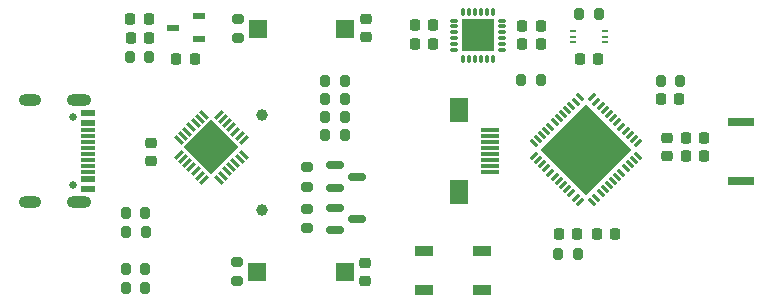
<source format=gts>
%TF.GenerationSoftware,KiCad,Pcbnew,(6.0.7)*%
%TF.CreationDate,2022-08-03T19:32:55+08:00*%
%TF.ProjectId,Egret,45677265-742e-46b6-9963-61645f706362,rev?*%
%TF.SameCoordinates,Original*%
%TF.FileFunction,Soldermask,Top*%
%TF.FilePolarity,Negative*%
%FSLAX46Y46*%
G04 Gerber Fmt 4.6, Leading zero omitted, Abs format (unit mm)*
G04 Created by KiCad (PCBNEW (6.0.7)) date 2022-08-03 19:32:55*
%MOMM*%
%LPD*%
G01*
G04 APERTURE LIST*
G04 Aperture macros list*
%AMRoundRect*
0 Rectangle with rounded corners*
0 $1 Rounding radius*
0 $2 $3 $4 $5 $6 $7 $8 $9 X,Y pos of 4 corners*
0 Add a 4 corners polygon primitive as box body*
4,1,4,$2,$3,$4,$5,$6,$7,$8,$9,$2,$3,0*
0 Add four circle primitives for the rounded corners*
1,1,$1+$1,$2,$3*
1,1,$1+$1,$4,$5*
1,1,$1+$1,$6,$7*
1,1,$1+$1,$8,$9*
0 Add four rect primitives between the rounded corners*
20,1,$1+$1,$2,$3,$4,$5,0*
20,1,$1+$1,$4,$5,$6,$7,0*
20,1,$1+$1,$6,$7,$8,$9,0*
20,1,$1+$1,$8,$9,$2,$3,0*%
%AMRotRect*
0 Rectangle, with rotation*
0 The origin of the aperture is its center*
0 $1 length*
0 $2 width*
0 $3 Rotation angle, in degrees counterclockwise*
0 Add horizontal line*
21,1,$1,$2,0,0,$3*%
G04 Aperture macros list end*
%ADD10RoundRect,0.200000X0.200000X0.275000X-0.200000X0.275000X-0.200000X-0.275000X0.200000X-0.275000X0*%
%ADD11R,2.300000X0.800000*%
%ADD12RoundRect,0.150000X-0.587500X-0.150000X0.587500X-0.150000X0.587500X0.150000X-0.587500X0.150000X0*%
%ADD13RoundRect,0.200000X-0.200000X-0.275000X0.200000X-0.275000X0.200000X0.275000X-0.200000X0.275000X0*%
%ADD14R,0.550000X0.250000*%
%ADD15RoundRect,0.218750X-0.256250X0.218750X-0.256250X-0.218750X0.256250X-0.218750X0.256250X0.218750X0*%
%ADD16RoundRect,0.200000X-0.275000X0.200000X-0.275000X-0.200000X0.275000X-0.200000X0.275000X0.200000X0*%
%ADD17RoundRect,0.200000X0.275000X-0.200000X0.275000X0.200000X-0.275000X0.200000X-0.275000X-0.200000X0*%
%ADD18RoundRect,0.225000X0.225000X0.250000X-0.225000X0.250000X-0.225000X-0.250000X0.225000X-0.250000X0*%
%ADD19R,1.070000X0.532000*%
%ADD20RoundRect,0.225000X-0.250000X0.225000X-0.250000X-0.225000X0.250000X-0.225000X0.250000X0.225000X0*%
%ADD21RotRect,0.905000X0.280000X315.000000*%
%ADD22RotRect,0.280000X0.905000X315.000000*%
%ADD23RotRect,3.350000X3.350000X315.000000*%
%ADD24R,1.500000X1.500000*%
%ADD25RoundRect,0.225000X-0.225000X-0.250000X0.225000X-0.250000X0.225000X0.250000X-0.225000X0.250000X0*%
%ADD26O,0.800000X0.280000*%
%ADD27O,0.280000X0.800000*%
%ADD28R,2.700000X2.700000*%
%ADD29RoundRect,0.218750X-0.218750X-0.256250X0.218750X-0.256250X0.218750X0.256250X-0.218750X0.256250X0*%
%ADD30RoundRect,0.225000X0.250000X-0.225000X0.250000X0.225000X-0.250000X0.225000X-0.250000X-0.225000X0*%
%ADD31R,1.500000X0.300000*%
%ADD32R,1.500000X2.000000*%
%ADD33C,0.650000*%
%ADD34O,2.100000X1.000000*%
%ADD35O,1.900000X1.000000*%
%ADD36R,1.150000X0.600000*%
%ADD37R,1.150000X0.300000*%
%ADD38R,1.500000X0.900000*%
%ADD39C,0.610000*%
%ADD40RotRect,0.280000X0.800000X135.000000*%
%ADD41RotRect,0.800000X0.280000X135.000000*%
%ADD42RotRect,5.400000X5.400000X135.000000*%
%ADD43C,1.000000*%
G04 APERTURE END LIST*
D10*
%TO.C,R14*%
X129245000Y-98440000D03*
X127595000Y-98440000D03*
%TD*%
D11*
%TO.C,U2*%
X179700000Y-89410000D03*
X179700000Y-84410000D03*
%TD*%
D12*
%TO.C,Q1*%
X145302500Y-88090000D03*
X145302500Y-89990000D03*
X147177500Y-89040000D03*
%TD*%
D13*
%TO.C,R15*%
X165970000Y-75286000D03*
X167620000Y-75286000D03*
%TD*%
D14*
%TO.C,U6*%
X168155000Y-77680000D03*
X168155000Y-77180000D03*
X168155000Y-76680000D03*
X165405000Y-76680000D03*
X165405000Y-77180000D03*
X165405000Y-77680000D03*
%TD*%
D15*
%TO.C,L1*%
X173430000Y-85752500D03*
X173430000Y-87327500D03*
%TD*%
D16*
%TO.C,R16*%
X142950000Y-88265000D03*
X142950000Y-89915000D03*
%TD*%
D13*
%TO.C,R12*%
X127595000Y-92120000D03*
X129245000Y-92120000D03*
%TD*%
D17*
%TO.C,R17*%
X142950000Y-93415000D03*
X142950000Y-91765000D03*
%TD*%
D18*
%TO.C,C6*%
X165815000Y-93940000D03*
X164265000Y-93940000D03*
%TD*%
D10*
%TO.C,R13*%
X129245000Y-96860000D03*
X127595000Y-96860000D03*
%TD*%
D19*
%TO.C,U5*%
X133815100Y-77381600D03*
X133815100Y-75481600D03*
X131545100Y-76431600D03*
%TD*%
D10*
%TO.C,R1*%
X165864800Y-95585800D03*
X164214800Y-95585800D03*
%TD*%
D16*
%TO.C,R2*%
X137050000Y-75685000D03*
X137050000Y-77335000D03*
%TD*%
D18*
%TO.C,C14*%
X167570000Y-79086000D03*
X166020000Y-79086000D03*
%TD*%
D20*
%TO.C,C15*%
X129750000Y-86210000D03*
X129750000Y-87760000D03*
%TD*%
D18*
%TO.C,C11*%
X153605000Y-77840000D03*
X152055000Y-77840000D03*
%TD*%
D10*
%TO.C,R10*%
X146105000Y-84010000D03*
X144455000Y-84010000D03*
%TD*%
%TO.C,R8*%
X146115000Y-82460000D03*
X144465000Y-82460000D03*
%TD*%
D21*
%TO.C,U7*%
X134199867Y-83818547D03*
X133846314Y-84172100D03*
X133492761Y-84525654D03*
X133139207Y-84879207D03*
X132785654Y-85232761D03*
X132432100Y-85586314D03*
X132078547Y-85939867D03*
D22*
X132078547Y-87180133D03*
X132432100Y-87533686D03*
X132785654Y-87887239D03*
X133139207Y-88240793D03*
X133492761Y-88594346D03*
X133846314Y-88947900D03*
X134199867Y-89301453D03*
D21*
X135440133Y-89301453D03*
X135793686Y-88947900D03*
X136147239Y-88594346D03*
X136500793Y-88240793D03*
X136854346Y-87887239D03*
X137207900Y-87533686D03*
X137561453Y-87180133D03*
D22*
X137561453Y-85939867D03*
X137207900Y-85586314D03*
X136854346Y-85232761D03*
X136500793Y-84879207D03*
X136147239Y-84525654D03*
X135793686Y-84172100D03*
X135440133Y-83818547D03*
D23*
X134820000Y-86560000D03*
%TD*%
D10*
%TO.C,R5*%
X129580100Y-78941600D03*
X127930100Y-78941600D03*
%TD*%
D24*
%TO.C,SW2*%
X138710000Y-97110000D03*
X146110000Y-97110000D03*
%TD*%
D25*
%TO.C,C2*%
X172905000Y-82490000D03*
X174455000Y-82490000D03*
%TD*%
%TO.C,C4*%
X167434800Y-93935800D03*
X168984800Y-93935800D03*
%TD*%
D18*
%TO.C,C3*%
X176535000Y-87310000D03*
X174985000Y-87310000D03*
%TD*%
D25*
%TO.C,C13*%
X131863100Y-79096600D03*
X133413100Y-79096600D03*
%TD*%
D18*
%TO.C,C9*%
X162705000Y-76310000D03*
X161155000Y-76310000D03*
%TD*%
D25*
%TO.C,C7*%
X152055000Y-76240000D03*
X153605000Y-76240000D03*
%TD*%
D26*
%TO.C,U4*%
X159390000Y-78330000D03*
X159390000Y-77830000D03*
X159390000Y-77330000D03*
X159390000Y-76830000D03*
X159390000Y-76330000D03*
X159390000Y-75830000D03*
D27*
X158640000Y-75080000D03*
X158140000Y-75080000D03*
X157640000Y-75080000D03*
X157140000Y-75080000D03*
X156640000Y-75080000D03*
X156140000Y-75080000D03*
D26*
X155390000Y-75830000D03*
X155390000Y-76330000D03*
X155390000Y-76830000D03*
X155390000Y-77330000D03*
X155390000Y-77830000D03*
X155390000Y-78322000D03*
D27*
X156140000Y-79080000D03*
X156640000Y-79080000D03*
X157140000Y-79080000D03*
X157640000Y-79080000D03*
X158140000Y-79080000D03*
X158640000Y-79080000D03*
D28*
X157390000Y-77068000D03*
%TD*%
D10*
%TO.C,R9*%
X146113000Y-80920000D03*
X144463000Y-80920000D03*
%TD*%
D29*
%TO.C,D1*%
X127965100Y-75666600D03*
X129540100Y-75666600D03*
%TD*%
D30*
%TO.C,C10*%
X147840000Y-97875000D03*
X147840000Y-96325000D03*
%TD*%
D25*
%TO.C,C12*%
X161152000Y-77842000D03*
X162702000Y-77842000D03*
%TD*%
D10*
%TO.C,R11*%
X146113000Y-85560000D03*
X144463000Y-85560000D03*
%TD*%
D18*
%TO.C,C8*%
X129530100Y-77331600D03*
X127980100Y-77331600D03*
%TD*%
D31*
%TO.C,U8*%
X158428500Y-85118000D03*
X158428500Y-85618000D03*
X158428500Y-86118000D03*
X158428500Y-86618000D03*
X158428500Y-87118000D03*
X158428500Y-87618000D03*
X158428500Y-88118000D03*
X158428500Y-88618000D03*
D32*
X155828500Y-90318000D03*
X155828500Y-83418000D03*
%TD*%
D12*
%TO.C,Q2*%
X145302500Y-91670000D03*
X145302500Y-93570000D03*
X147177500Y-92620000D03*
%TD*%
D10*
%TO.C,R3*%
X174505000Y-80970000D03*
X172855000Y-80970000D03*
%TD*%
D33*
%TO.C,USB1*%
X123139000Y-89758000D03*
X123139000Y-83978000D03*
D34*
X123639000Y-82543000D03*
X123639000Y-91193000D03*
D35*
X119439000Y-82543000D03*
X119439000Y-91193000D03*
D36*
X124401000Y-83668000D03*
X124401000Y-84468000D03*
D37*
X124401000Y-85618000D03*
X124401000Y-86618000D03*
X124401000Y-87118000D03*
X124401000Y-88118000D03*
D36*
X124401000Y-90068000D03*
X124401000Y-89268000D03*
D37*
X124401000Y-88618000D03*
X124401000Y-87618000D03*
X124401000Y-86118000D03*
X124401000Y-85118000D03*
%TD*%
D17*
%TO.C,R6*%
X136990000Y-97915000D03*
X136990000Y-96265000D03*
%TD*%
D38*
%TO.C,U1*%
X152800000Y-95380000D03*
X152800000Y-98680000D03*
X157700000Y-98680000D03*
X157700000Y-95380000D03*
%TD*%
D39*
%TO.C,U3*%
X166540000Y-86750000D03*
X167247107Y-86042893D03*
X167954214Y-86750000D03*
X166540000Y-88164214D03*
X165832893Y-87457107D03*
X167247107Y-87457107D03*
X166540000Y-85335786D03*
X165125786Y-86750000D03*
X165832893Y-86042893D03*
D40*
X170959417Y-86219670D03*
X170605864Y-85866117D03*
X170252311Y-85512563D03*
X169898757Y-85159010D03*
X169545204Y-84805456D03*
X169191650Y-84451903D03*
X168838097Y-84098350D03*
X168484544Y-83744796D03*
X168130990Y-83391243D03*
X167777437Y-83037689D03*
X167423883Y-82684136D03*
X167070330Y-82330583D03*
D41*
X166009670Y-82330583D03*
X165656117Y-82684136D03*
X165302563Y-83037689D03*
X164949010Y-83391243D03*
X164595456Y-83744796D03*
X164241903Y-84098350D03*
X163888350Y-84451903D03*
X163534796Y-84805456D03*
X163181243Y-85159010D03*
X162827689Y-85512563D03*
X162474136Y-85866117D03*
X162120583Y-86219670D03*
D40*
X162120583Y-87280330D03*
X162474136Y-87633883D03*
X162827689Y-87987437D03*
X163181243Y-88340990D03*
X163534796Y-88694544D03*
X163888350Y-89048097D03*
X164241903Y-89401650D03*
X164595456Y-89755204D03*
X164949010Y-90108757D03*
X165302563Y-90462311D03*
X165656117Y-90815864D03*
X166009670Y-91169417D03*
D41*
X167070330Y-91169417D03*
X167423883Y-90815864D03*
X167777437Y-90462311D03*
X168130990Y-90108757D03*
X168484544Y-89755204D03*
X168838097Y-89401650D03*
X169191650Y-89048097D03*
X169545204Y-88694544D03*
X169898757Y-88340990D03*
X170252311Y-87987437D03*
X170605864Y-87633883D03*
X170959417Y-87280330D03*
D42*
X166540000Y-86750000D03*
%TD*%
D13*
%TO.C,R7*%
X127605000Y-93690000D03*
X129255000Y-93690000D03*
%TD*%
D25*
%TO.C,C5*%
X174975000Y-85780000D03*
X176525000Y-85780000D03*
%TD*%
D10*
%TO.C,R4*%
X162725000Y-80820000D03*
X161075000Y-80820000D03*
%TD*%
D30*
%TO.C,C1*%
X147910000Y-77225000D03*
X147910000Y-75675000D03*
%TD*%
D24*
%TO.C,SW1*%
X138777700Y-76571600D03*
X146177700Y-76571600D03*
%TD*%
D43*
%TO.C,Card1*%
X139080000Y-91861000D03*
X139080000Y-83861000D03*
%TD*%
M02*

</source>
